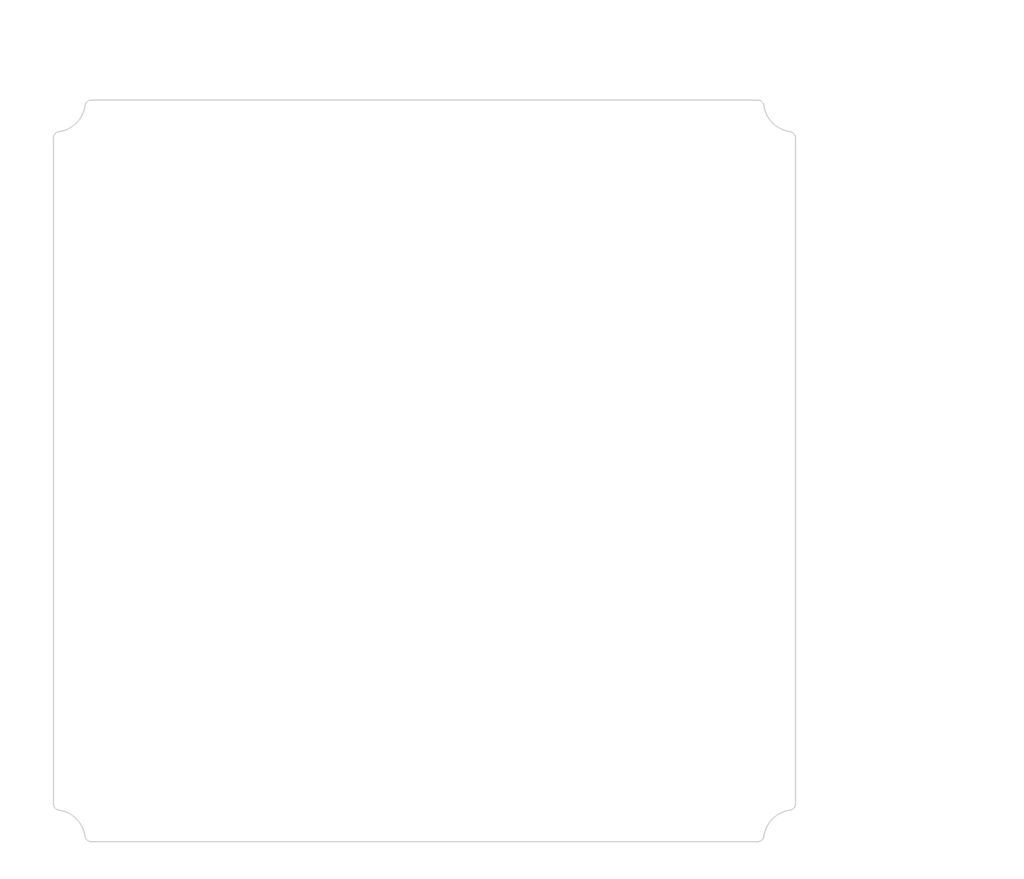
<source format=kicad_pcb>
(kicad_pcb (version 20171130) (host pcbnew "(5.1.0)-1")

  (general
    (thickness 1.6)
    (drawings 48)
    (tracks 0)
    (zones 0)
    (modules 0)
    (nets 1)
  )

  (page A3)
  (layers
    (0 F.Cu signal)
    (31 B.Cu signal)
    (32 B.Adhes user)
    (33 F.Adhes user)
    (34 B.Paste user)
    (35 F.Paste user)
    (36 B.SilkS user)
    (37 F.SilkS user)
    (38 B.Mask user)
    (39 F.Mask user)
    (40 Dwgs.User user)
    (41 Cmts.User user)
    (42 Eco1.User user)
    (43 Eco2.User user)
    (44 Edge.Cuts user)
    (45 Margin user)
    (46 B.CrtYd user)
    (47 F.CrtYd user)
    (48 B.Fab user)
    (49 F.Fab user)
  )

  (setup
    (last_trace_width 0.25)
    (trace_clearance 0.2)
    (zone_clearance 0.508)
    (zone_45_only no)
    (trace_min 0.2)
    (via_size 0.8)
    (via_drill 0.4)
    (via_min_size 0.4)
    (via_min_drill 0.3)
    (uvia_size 0.3)
    (uvia_drill 0.1)
    (uvias_allowed no)
    (uvia_min_size 0.2)
    (uvia_min_drill 0.1)
    (edge_width 0.05)
    (segment_width 0.2)
    (pcb_text_width 0.3)
    (pcb_text_size 1.5 1.5)
    (mod_edge_width 0.12)
    (mod_text_size 1 1)
    (mod_text_width 0.15)
    (pad_size 1.524 1.524)
    (pad_drill 0.762)
    (pad_to_mask_clearance 0.051)
    (solder_mask_min_width 0.25)
    (aux_axis_origin 0 0)
    (visible_elements FFFFFF7F)
    (pcbplotparams
      (layerselection 0x010fc_ffffffff)
      (usegerberextensions false)
      (usegerberattributes false)
      (usegerberadvancedattributes false)
      (creategerberjobfile false)
      (excludeedgelayer true)
      (linewidth 0.152400)
      (plotframeref false)
      (viasonmask false)
      (mode 1)
      (useauxorigin false)
      (hpglpennumber 1)
      (hpglpenspeed 20)
      (hpglpendiameter 15.000000)
      (psnegative false)
      (psa4output false)
      (plotreference true)
      (plotvalue true)
      (plotinvisibletext false)
      (padsonsilk false)
      (subtractmaskfromsilk false)
      (outputformat 1)
      (mirror false)
      (drillshape 1)
      (scaleselection 1)
      (outputdirectory ""))
  )

  (net 0 "")

  (net_class Default "This is the default net class."
    (clearance 0.2)
    (trace_width 0.25)
    (via_dia 0.8)
    (via_drill 0.4)
    (uvia_dia 0.3)
    (uvia_drill 0.1)
  )

  (gr_text " R1.00" (at 137.102055 204.458873) (layer Dwgs.User)
    (effects (font (size 1.7 1.53) (thickness 0.2125)))
  )
  (gr_line (start 251.426056 87.094153) (end 146.93165 87.094153) (layer Edge.Cuts) (width 0.2))
  (gr_line (start 140.98832 93.037482) (end 140.98832 197.531888) (layer Edge.Cuts) (width 0.2))
  (gr_line (start 146.93165 203.475218) (end 251.426056 203.475218) (layer Edge.Cuts) (width 0.2))
  (gr_line (start 257.369386 197.531888) (end 257.369386 93.037482) (layer Edge.Cuts) (width 0.2))
  (gr_arc (start 141.178853 203.284685) (end 145.941405 202.614554) (angle -73.98115915) (layer Edge.Cuts) (width 0.2))
  (gr_arc (start 257.178853 203.284685) (end 256.508721 198.522133) (angle -73.98115964) (layer Edge.Cuts) (width 0.2))
  (gr_arc (start 257.178853 87.284685) (end 252.416301 87.954817) (angle -73.98115964) (layer Edge.Cuts) (width 0.2))
  (gr_arc (start 141.178853 87.284685) (end 141.848985 92.047237) (angle -73.98115915) (layer Edge.Cuts) (width 0.2))
  (gr_arc (start 146.93165 202.475218) (end 145.941405 202.614554) (angle -81.99057957) (layer Edge.Cuts) (width 0.2))
  (gr_arc (start 141.98832 197.531888) (end 140.98832 197.531888) (angle -81.99057957) (layer Edge.Cuts) (width 0.2))
  (gr_arc (start 251.426056 202.475218) (end 251.426056 203.475218) (angle -81.99057957) (layer Edge.Cuts) (width 0.2))
  (gr_arc (start 256.369386 197.531888) (end 256.508721 198.522133) (angle -81.99058006) (layer Edge.Cuts) (width 0.2))
  (gr_arc (start 256.369386 93.037482) (end 257.369386 93.037482) (angle -81.99058006) (layer Edge.Cuts) (width 0.2))
  (gr_arc (start 251.426056 88.094153) (end 252.416301 87.954817) (angle -81.99057957) (layer Edge.Cuts) (width 0.2))
  (gr_arc (start 146.93165 88.094153) (end 146.93165 87.094153) (angle -81.99057957) (layer Edge.Cuts) (width 0.2))
  (gr_arc (start 141.98832 93.037482) (end 141.848985 92.047237) (angle -81.99057957) (layer Edge.Cuts) (width 0.2))
  (gr_text [R0.04] (at 137.102055 208.016308) (layer Dwgs.User)
    (effects (font (size 1.7 1.53) (thickness 0.2125)))
  )
  (gr_line (start 143.572826 206.126847) (end 144.939024 204.666195) (layer Dwgs.User) (width 0.2))
  (gr_line (start 141.572826 206.126847) (end 143.572826 206.126847) (layer Dwgs.User) (width 0.2))
  (gr_text [R0.19] (at 238.684378 195.327829) (layer Dwgs.User)
    (effects (font (size 1.7 1.53) (thickness 0.2125)))
  )
  (gr_text " R4.81" (at 238.684378 191.770394) (layer Dwgs.User)
    (effects (font (size 1.7 1.53) (thickness 0.2125)))
  )
  (gr_line (start 245.155149 193.438368) (end 251.910493 198.970379) (layer Dwgs.User) (width 0.2))
  (gr_line (start 243.155149 193.438368) (end 245.155149 193.438368) (layer Dwgs.User) (width 0.2))
  (gr_text [4.58] (at 288.467994 175.680766) (layer Dwgs.User)
    (effects (font (size 1.7 1.53) (thickness 0.2125)))
  )
  (gr_text " 116.38" (at 288.467994 172.122751) (layer Dwgs.User)
    (effects (font (size 1.7 1.53) (thickness 0.2125)))
  )
  (gr_line (start 288.467994 89.094153) (end 288.467994 170.233289) (layer Dwgs.User) (width 0.2))
  (gr_line (start 288.467994 201.475218) (end 288.467994 177.34932) (layer Dwgs.User) (width 0.2))
  (gr_line (start 253.369386 87.094153) (end 291.642994 87.094153) (layer Dwgs.User) (width 0.2))
  (gr_line (start 253.369386 203.475218) (end 291.642994 203.475218) (layer Dwgs.User) (width 0.2))
  (gr_text [4.19] (at 267.70462 113.613905) (layer Dwgs.User)
    (effects (font (size 1.7 1.53) (thickness 0.2125)))
  )
  (gr_text " 106.38" (at 267.70462 110.05589) (layer Dwgs.User)
    (effects (font (size 1.7 1.53) (thickness 0.2125)))
  )
  (gr_line (start 267.70462 196.475218) (end 267.70462 115.282459) (layer Dwgs.User) (width 0.2))
  (gr_line (start 267.70462 94.094153) (end 267.70462 108.166429) (layer Dwgs.User) (width 0.2))
  (gr_line (start 258.369386 198.475218) (end 270.87962 198.475218) (layer Dwgs.User) (width 0.2))
  (gr_line (start 258.369386 92.094153) (end 270.87962 92.094153) (layer Dwgs.User) (width 0.2))
  (gr_text [4.19] (at 205.86102 83.473523) (layer Dwgs.User)
    (effects (font (size 1.7 1.53) (thickness 0.2125)))
  )
  (gr_text " 106.38" (at 205.86102 79.915508) (layer Dwgs.User)
    (effects (font (size 1.7 1.53) (thickness 0.2125)))
  )
  (gr_line (start 250.369386 81.584062) (end 210.570673 81.584062) (layer Dwgs.User) (width 0.2))
  (gr_line (start 147.98832 81.584062) (end 201.151368 81.584062) (layer Dwgs.User) (width 0.2))
  (gr_line (start 252.369386 86.094153) (end 252.369386 78.409062) (layer Dwgs.User) (width 0.2))
  (gr_line (start 145.98832 86.094153) (end 145.98832 78.409062) (layer Dwgs.User) (width 0.2))
  (gr_text [4.58] (at 218.140436 76.552398) (layer Dwgs.User)
    (effects (font (size 1.7 1.53) (thickness 0.2125)))
  )
  (gr_text " 116.38" (at 218.140436 72.994383) (layer Dwgs.User)
    (effects (font (size 1.7 1.53) (thickness 0.2125)))
  )
  (gr_line (start 142.98832 74.662937) (end 213.430783 74.662937) (layer Dwgs.User) (width 0.2))
  (gr_line (start 255.369386 74.662937) (end 222.850088 74.662937) (layer Dwgs.User) (width 0.2))
  (gr_line (start 140.98832 91.094153) (end 140.98832 71.487937) (layer Dwgs.User) (width 0.2))
  (gr_line (start 257.369386 91.094153) (end 257.369386 71.487937) (layer Dwgs.User) (width 0.2))

)

</source>
